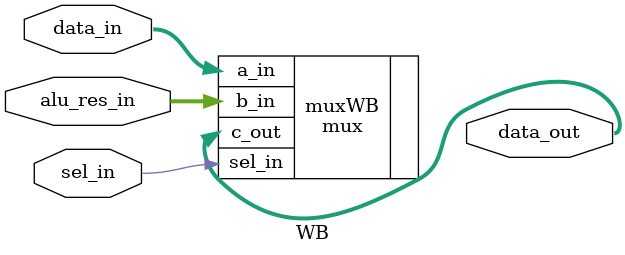
<source format=sv>
module WB
  #(
    parameter  WIDTH = 32
  )
  (
    input logic              sel_in,
    input logic  [WIDTH-1:0] data_in,
    input logic  [WIDTH-1:0] alu_res_in,
    output logic [WIDTH-1:0] data_out
  );

  mux #(.WIDTH(32)) muxWB
  (
      .sel_in ( sel_in ),
      .a_in   ( data_in                   ),
      .b_in   ( alu_res_in                ),
      .c_out  ( data_out                  )
    );

endmodule // WB

</source>
